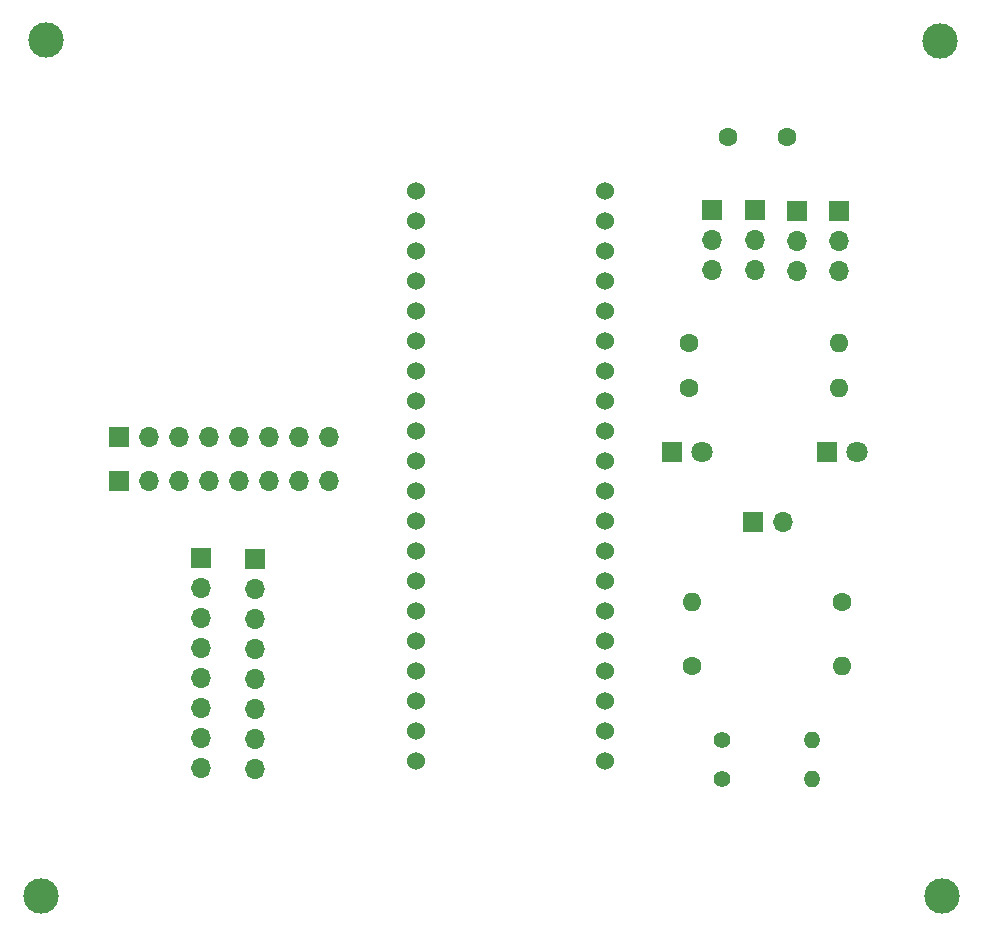
<source format=gbs>
G04 #@! TF.GenerationSoftware,KiCad,Pcbnew,7.0.7*
G04 #@! TF.CreationDate,2024-06-07T19:14:15+02:00*
G04 #@! TF.ProjectId,stm32-drone,73746d33-322d-4647-926f-6e652e6b6963,rev?*
G04 #@! TF.SameCoordinates,Original*
G04 #@! TF.FileFunction,Soldermask,Bot*
G04 #@! TF.FilePolarity,Negative*
%FSLAX46Y46*%
G04 Gerber Fmt 4.6, Leading zero omitted, Abs format (unit mm)*
G04 Created by KiCad (PCBNEW 7.0.7) date 2024-06-07 19:14:15*
%MOMM*%
%LPD*%
G01*
G04 APERTURE LIST*
%ADD10R,1.700000X1.700000*%
%ADD11O,1.700000X1.700000*%
%ADD12C,3.000000*%
%ADD13C,1.524000*%
%ADD14C,1.600000*%
%ADD15O,1.600000X1.600000*%
%ADD16R,1.800000X1.800000*%
%ADD17C,1.800000*%
%ADD18C,1.400000*%
%ADD19O,1.400000X1.400000*%
G04 APERTURE END LIST*
D10*
X98850000Y-102800000D03*
D11*
X101390000Y-102800000D03*
X103930000Y-102800000D03*
X106470000Y-102800000D03*
X109010000Y-102800000D03*
X111550000Y-102800000D03*
X114090000Y-102800000D03*
X116630000Y-102800000D03*
D10*
X98840000Y-99000000D03*
D11*
X101380000Y-99000000D03*
X103920000Y-99000000D03*
X106460000Y-99000000D03*
X109000000Y-99000000D03*
X111540000Y-99000000D03*
X114080000Y-99000000D03*
X116620000Y-99000000D03*
D10*
X159775000Y-79875000D03*
D11*
X159775000Y-82415000D03*
X159775000Y-84955000D03*
D12*
X92650000Y-65400000D03*
D10*
X149000000Y-79820000D03*
D11*
X149000000Y-82360000D03*
X149000000Y-84900000D03*
D13*
X124000000Y-78220000D03*
X124000000Y-80760000D03*
X124000000Y-83300000D03*
X124000000Y-85840000D03*
X124000000Y-118860000D03*
X124000000Y-88380000D03*
X124000000Y-90920000D03*
X124000000Y-93460000D03*
X124000000Y-96000000D03*
X124000000Y-98540000D03*
X124000000Y-101080000D03*
X124000000Y-103620000D03*
X124000000Y-106160000D03*
X124000000Y-108700000D03*
X124000000Y-111240000D03*
X124000000Y-113780000D03*
X124000000Y-116320000D03*
X139950000Y-80760000D03*
X124000000Y-126480000D03*
X124000000Y-123940000D03*
X139950000Y-83300000D03*
X139950000Y-126480000D03*
X139950000Y-123940000D03*
X139950000Y-121400000D03*
X139950000Y-118860000D03*
X139950000Y-116320000D03*
X139950000Y-113780000D03*
X139950000Y-111240000D03*
X139950000Y-108700000D03*
X139950000Y-106160000D03*
X139950000Y-78220000D03*
X139950000Y-103620000D03*
X139950000Y-101080000D03*
X139950000Y-98540000D03*
X139950000Y-96000000D03*
X139950000Y-93460000D03*
X139950000Y-90920000D03*
X139950000Y-88380000D03*
X139950000Y-85840000D03*
X124000000Y-121400000D03*
D10*
X152525000Y-106220000D03*
D11*
X155065000Y-106220000D03*
D14*
X160000000Y-113020000D03*
D15*
X147300000Y-113020000D03*
D16*
X145610000Y-100300000D03*
D17*
X148150000Y-100300000D03*
D14*
X155400000Y-73650000D03*
X150400000Y-73650000D03*
D10*
X105750000Y-109270000D03*
D11*
X105750000Y-111810000D03*
X105750000Y-114350000D03*
X105750000Y-116890000D03*
X105750000Y-119430000D03*
X105750000Y-121970000D03*
X105750000Y-124510000D03*
X105750000Y-127050000D03*
D18*
X149880000Y-128020000D03*
D19*
X157500000Y-128020000D03*
D14*
X147100000Y-94850000D03*
D15*
X159800000Y-94850000D03*
D18*
X149880000Y-124720000D03*
D19*
X157500000Y-124720000D03*
D10*
X156200000Y-79870000D03*
D11*
X156200000Y-82410000D03*
X156200000Y-84950000D03*
D14*
X147350000Y-118420000D03*
D15*
X160050000Y-118420000D03*
D10*
X152650000Y-79860000D03*
D11*
X152650000Y-82400000D03*
X152650000Y-84940000D03*
D14*
X147100000Y-91100000D03*
D15*
X159800000Y-91100000D03*
D12*
X168350000Y-65540410D03*
D10*
X110300000Y-109350000D03*
D11*
X110300000Y-111890000D03*
X110300000Y-114430000D03*
X110300000Y-116970000D03*
X110300000Y-119510000D03*
X110300000Y-122050000D03*
X110300000Y-124590000D03*
X110300000Y-127130000D03*
D12*
X168500000Y-137900000D03*
X92226651Y-137894591D03*
D16*
X158760000Y-100300000D03*
D17*
X161300000Y-100300000D03*
M02*

</source>
